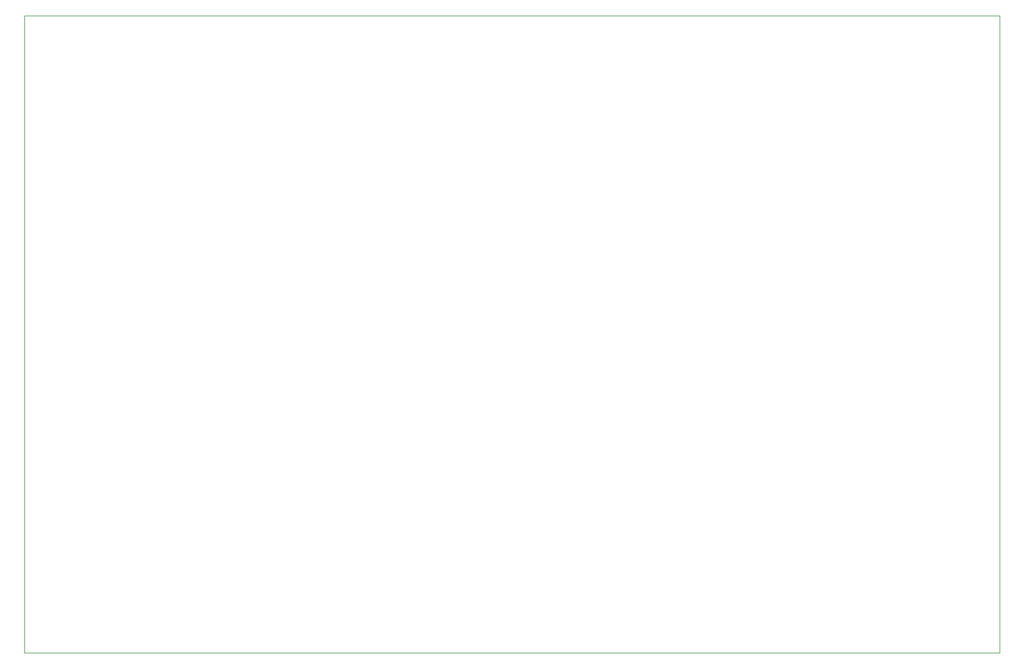
<source format=gbr>
%TF.GenerationSoftware,KiCad,Pcbnew,(6.0.7)*%
%TF.CreationDate,2022-08-20T02:00:59-04:00*%
%TF.ProjectId,Pi_Zero_W_16,50695f5a-6572-46f5-9f57-5f31362e6b69,v1*%
%TF.SameCoordinates,Original*%
%TF.FileFunction,Profile,NP*%
%FSLAX46Y46*%
G04 Gerber Fmt 4.6, Leading zero omitted, Abs format (unit mm)*
G04 Created by KiCad (PCBNEW (6.0.7)) date 2022-08-20 02:00:59*
%MOMM*%
%LPD*%
G01*
G04 APERTURE LIST*
%TA.AperFunction,Profile*%
%ADD10C,0.050000*%
%TD*%
G04 APERTURE END LIST*
D10*
X13111600Y-23285860D02*
X13111600Y69680900D01*
X-128988400Y69680900D02*
X-128988400Y-23285860D01*
X13111600Y69680900D02*
X-128988400Y69680900D01*
X13111600Y-23285860D02*
X-128988400Y-23285860D01*
M02*

</source>
